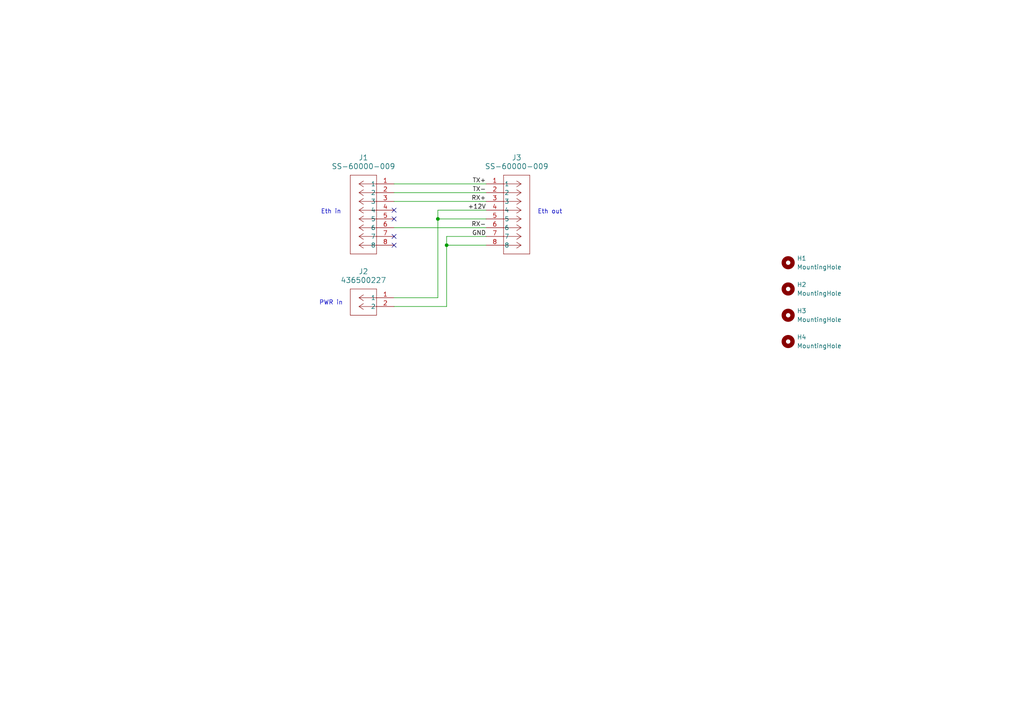
<source format=kicad_sch>
(kicad_sch (version 20250114) (generator "eeschema") (generator_version "9.0")
  (paper "A4")
  (lib_symbols
    (symbol "043600227:436500227" (pin_names (offset 0.254))
      (property "Reference" "J" (at 8.89 6.35 0))
      (property "Value" "436500227" (at 0 0 0))
      (symbol "436500227_1_1"
        (polyline (pts (xy 5.08 2.54) (xy 5.08 -5.08)) (stroke (width 0.127)))
        (polyline (pts (xy 5.08 -5.08) (xy 12.7 -5.08)) (stroke (width 0.127)))
        (polyline (pts (xy 10.16 0) (xy 5.08 0)) (stroke (width 0.127)))
        (polyline (pts (xy 10.16 0) (xy 8.89 0.8467)) (stroke (width 0.127)))
        (polyline (pts (xy 10.16 0) (xy 8.89 -0.8467)) (stroke (width 0.127)))
        (polyline (pts (xy 10.16 -2.54) (xy 5.08 -2.54)) (stroke (width 0.127)))
        (polyline (pts (xy 10.16 -2.54) (xy 8.89 -1.6933)) (stroke (width 0.127)))
        (polyline (pts (xy 10.16 -2.54) (xy 8.89 -3.3867)) (stroke (width 0.127)))
        (polyline (pts (xy 12.7 2.54) (xy 5.08 2.54)) (stroke (width 0.127)))
        (polyline (pts (xy 12.7 -5.08) (xy 12.7 2.54)) (stroke (width 0.127)))
        (pin unspecified line (at 0 0 0) (length 5.08) (name "1") (number "1"))
        (pin unspecified line (at 0 -2.54 0) (length 5.08) (name "2") (number "2"))
      )
      (symbol "436500227_1_2"
        (polyline (pts (xy 5.08 2.54) (xy 5.08 -5.08)) (stroke (width 0.127)))
        (polyline (pts (xy 5.08 -5.08) (xy 12.7 -5.08)) (stroke (width 0.127)))
        (polyline (pts (xy 7.62 0) (xy 5.08 0)) (stroke (width 0.127)))
        (polyline (pts (xy 7.62 0) (xy 8.89 0.8467)) (stroke (width 0.127)))
        (polyline (pts (xy 7.62 0) (xy 8.89 -0.8467)) (stroke (width 0.127)))
        (polyline (pts (xy 7.62 -2.54) (xy 5.08 -2.54)) (stroke (width 0.127)))
        (polyline (pts (xy 7.62 -2.54) (xy 8.89 -1.6933)) (stroke (width 0.127)))
        (polyline (pts (xy 7.62 -2.54) (xy 8.89 -3.3867)) (stroke (width 0.127)))
        (polyline (pts (xy 12.7 2.54) (xy 5.08 2.54)) (stroke (width 0.127)))
        (polyline (pts (xy 12.7 -5.08) (xy 12.7 2.54)) (stroke (width 0.127)))
        (pin unspecified line (at 0 0 0) (length 5.08) (name "1") (number "1"))
        (pin unspecified line (at 0 -2.54 0) (length 5.08) (name "2") (number "2"))
      )
    )
    (symbol "Mechanical:MountingHole" (pin_names (offset 1.016)) (exclude_from_sim yes) (in_bom no)
      (property "Reference" "H" (at 0 5.08 0))
      (property "Value" "MountingHole" (at 0 3.175 0))
      (symbol "MountingHole_0_1"
        (circle (center 0 0) (radius 1.27) (stroke (width 1.27)))
      )
    )
    (symbol "SS-60000-009:SS-60000-009" (pin_names (offset 0.254))
      (property "Reference" "J" (at 8.89 6.35 0))
      (property "Value" "SS-60000-009" (at 0 0 0))
      (symbol "SS-60000-009_1_1"
        (polyline (pts (xy 5.08 2.54) (xy 5.08 -20.32)) (stroke (width 0.127)))
        (polyline (pts (xy 5.08 -20.32) (xy 12.7 -20.32)) (stroke (width 0.127)))
        (polyline (pts (xy 10.16 0) (xy 5.08 0)) (stroke (width 0.127)))
        (polyline (pts (xy 10.16 0) (xy 8.89 0.8467)) (stroke (width 0.127)))
        (polyline (pts (xy 10.16 0) (xy 8.89 -0.8467)) (stroke (width 0.127)))
        (polyline (pts (xy 10.16 -2.54) (xy 5.08 -2.54)) (stroke (width 0.127)))
        (polyline (pts (xy 10.16 -2.54) (xy 8.89 -1.6933)) (stroke (width 0.127)))
        (polyline (pts (xy 10.16 -2.54) (xy 8.89 -3.3867)) (stroke (width 0.127)))
        (polyline (pts (xy 10.16 -5.08) (xy 5.08 -5.08)) (stroke (width 0.127)))
        (polyline (pts (xy 10.16 -5.08) (xy 8.89 -4.2333)) (stroke (width 0.127)))
        (polyline (pts (xy 10.16 -5.08) (xy 8.89 -5.9267)) (stroke (width 0.127)))
        (polyline (pts (xy 10.16 -7.62) (xy 5.08 -7.62)) (stroke (width 0.127)))
        (polyline (pts (xy 10.16 -7.62) (xy 8.89 -6.7733)) (stroke (width 0.127)))
        (polyline (pts (xy 10.16 -7.62) (xy 8.89 -8.4667)) (stroke (width 0.127)))
        (polyline (pts (xy 10.16 -10.16) (xy 5.08 -10.16)) (stroke (width 0.127)))
        (polyline (pts (xy 10.16 -10.16) (xy 8.89 -9.3133)) (stroke (width 0.127)))
        (polyline (pts (xy 10.16 -10.16) (xy 8.89 -11.0067)) (stroke (width 0.127)))
        (polyline (pts (xy 10.16 -12.7) (xy 5.08 -12.7)) (stroke (width 0.127)))
        (polyline (pts (xy 10.16 -12.7) (xy 8.89 -11.8533)) (stroke (width 0.127)))
        (polyline (pts (xy 10.16 -12.7) (xy 8.89 -13.5467)) (stroke (width 0.127)))
        (polyline (pts (xy 10.16 -15.24) (xy 5.08 -15.24)) (stroke (width 0.127)))
        (polyline (pts (xy 10.16 -15.24) (xy 8.89 -14.3933)) (stroke (width 0.127)))
        (polyline (pts (xy 10.16 -15.24) (xy 8.89 -16.0867)) (stroke (width 0.127)))
        (polyline (pts (xy 10.16 -17.78) (xy 5.08 -17.78)) (stroke (width 0.127)))
        (polyline (pts (xy 10.16 -17.78) (xy 8.89 -16.9333)) (stroke (width 0.127)))
        (polyline (pts (xy 10.16 -17.78) (xy 8.89 -18.6267)) (stroke (width 0.127)))
        (polyline (pts (xy 12.7 2.54) (xy 5.08 2.54)) (stroke (width 0.127)))
        (polyline (pts (xy 12.7 -20.32) (xy 12.7 2.54)) (stroke (width 0.127)))
        (pin unspecified line (at 0 0 0) (length 5.08) (name "1") (number "1"))
        (pin unspecified line (at 0 -2.54 0) (length 5.08) (name "2") (number "2"))
        (pin unspecified line (at 0 -5.08 0) (length 5.08) (name "3") (number "3"))
        (pin unspecified line (at 0 -7.62 0) (length 5.08) (name "4") (number "4"))
        (pin unspecified line (at 0 -10.16 0) (length 5.08) (name "5") (number "5"))
        (pin unspecified line (at 0 -12.7 0) (length 5.08) (name "6") (number "6"))
        (pin unspecified line (at 0 -15.24 0) (length 5.08) (name "7") (number "7"))
        (pin unspecified line (at 0 -17.78 0) (length 5.08) (name "8") (number "8"))
      )
      (symbol "SS-60000-009_1_2"
        (polyline (pts (xy 5.08 2.54) (xy 5.08 -20.32)) (stroke (width 0.127)))
        (polyline (pts (xy 5.08 -20.32) (xy 12.7 -20.32)) (stroke (width 0.127)))
        (polyline (pts (xy 7.62 0) (xy 5.08 0)) (stroke (width 0.127)))
        (polyline (pts (xy 7.62 0) (xy 8.89 0.8467)) (stroke (width 0.127)))
        (polyline (pts (xy 7.62 0) (xy 8.89 -0.8467)) (stroke (width 0.127)))
        (polyline (pts (xy 7.62 -2.54) (xy 5.08 -2.54)) (stroke (width 0.127)))
        (polyline (pts (xy 7.62 -2.54) (xy 8.89 -1.6933)) (stroke (width 0.127)))
        (polyline (pts (xy 7.62 -2.54) (xy 8.89 -3.3867)) (stroke (width 0.127)))
        (polyline (pts (xy 7.62 -5.08) (xy 5.08 -5.08)) (stroke (width 0.127)))
        (polyline (pts (xy 7.62 -5.08) (xy 8.89 -4.2333)) (stroke (width 0.127)))
        (polyline (pts (xy 7.62 -5.08) (xy 8.89 -5.9267)) (stroke (width 0.127)))
        (polyline (pts (xy 7.62 -7.62) (xy 5.08 -7.62)) (stroke (width 0.127)))
        (polyline (pts (xy 7.62 -7.62) (xy 8.89 -6.7733)) (stroke (width 0.127)))
        (polyline (pts (xy 7.62 -7.62) (xy 8.89 -8.4667)) (stroke (width 0.127)))
        (polyline (pts (xy 7.62 -10.16) (xy 5.08 -10.16)) (stroke (width 0.127)))
        (polyline (pts (xy 7.62 -10.16) (xy 8.89 -9.3133)) (stroke (width 0.127)))
        (polyline (pts (xy 7.62 -10.16) (xy 8.89 -11.0067)) (stroke (width 0.127)))
        (polyline (pts (xy 7.62 -12.7) (xy 5.08 -12.7)) (stroke (width 0.127)))
        (polyline (pts (xy 7.62 -12.7) (xy 8.89 -11.8533)) (stroke (width 0.127)))
        (polyline (pts (xy 7.62 -12.7) (xy 8.89 -13.5467)) (stroke (width 0.127)))
        (polyline (pts (xy 7.62 -15.24) (xy 5.08 -15.24)) (stroke (width 0.127)))
        (polyline (pts (xy 7.62 -15.24) (xy 8.89 -14.3933)) (stroke (width 0.127)))
        (polyline (pts (xy 7.62 -15.24) (xy 8.89 -16.0867)) (stroke (width 0.127)))
        (polyline (pts (xy 7.62 -17.78) (xy 5.08 -17.78)) (stroke (width 0.127)))
        (polyline (pts (xy 7.62 -17.78) (xy 8.89 -16.9333)) (stroke (width 0.127)))
        (polyline (pts (xy 7.62 -17.78) (xy 8.89 -18.6267)) (stroke (width 0.127)))
        (polyline (pts (xy 12.7 2.54) (xy 5.08 2.54)) (stroke (width 0.127)))
        (polyline (pts (xy 12.7 -20.32) (xy 12.7 2.54)) (stroke (width 0.127)))
        (pin unspecified line (at 0 0 0) (length 5.08) (name "1") (number "1"))
        (pin unspecified line (at 0 -2.54 0) (length 5.08) (name "2") (number "2"))
        (pin unspecified line (at 0 -5.08 0) (length 5.08) (name "3") (number "3"))
        (pin unspecified line (at 0 -7.62 0) (length 5.08) (name "4") (number "4"))
        (pin unspecified line (at 0 -10.16 0) (length 5.08) (name "5") (number "5"))
        (pin unspecified line (at 0 -12.7 0) (length 5.08) (name "6") (number "6"))
        (pin unspecified line (at 0 -15.24 0) (length 5.08) (name "7") (number "7"))
        (pin unspecified line (at 0 -17.78 0) (length 5.08) (name "8") (number "8"))
      )
    )
  )
  (text "Eth in" (at 96.012 61.468 0) (effects (font (size 1.27 1.27))))
  (text "Eth out" (at 159.512 61.468 0) (effects (font (size 1.27 1.27))))
  (text "PWR in" (at 96.012 87.884 0) (effects (font (size 1.27 1.27))))
  (junction (at 129.54 71.12))
  (junction (at 127 63.5))
  (no_connect (at 114.3 63.5))
  (no_connect (at 114.3 68.58))
  (no_connect (at 114.3 71.12))
  (no_connect (at 114.3 60.96))
  (wire (pts (xy 114.3 88.9) (xy 129.54 88.9)))
  (wire (pts (xy 114.3 58.42) (xy 140.97 58.42)))
  (wire (pts (xy 127 63.5) (xy 127 60.96)))
  (wire (pts (xy 127 86.36) (xy 127 63.5)))
  (wire (pts (xy 127 60.96) (xy 140.97 60.96)))
  (wire (pts (xy 114.3 66.04) (xy 140.97 66.04)))
  (wire (pts (xy 129.54 88.9) (xy 129.54 71.12)))
  (wire (pts (xy 129.54 68.58) (xy 140.97 68.58)))
  (wire (pts (xy 129.54 71.12) (xy 140.97 71.12)))
  (wire (pts (xy 129.54 71.12) (xy 129.54 68.58)))
  (wire (pts (xy 127 63.5) (xy 140.97 63.5)))
  (wire (pts (xy 114.3 55.88) (xy 140.97 55.88)))
  (wire (pts (xy 114.3 86.36) (xy 127 86.36)))
  (wire (pts (xy 114.3 53.34) (xy 140.97 53.34)))
  (label "RX-" (at 140.97 66.04 180))
  (label "TX+" (at 140.97 53.34 180))
  (label "GND" (at 140.97 68.58 180))
  (label "RX+" (at 140.97 58.42 180))
  (label "+12V" (at 140.97 60.96 180))
  (label "TX-" (at 140.97 55.88 180))
  (symbol (lib_id "Mechanical:MountingHole") (at 228.6 91.44 0) (unit 1) (exclude_from_sim yes) (in_bom no)
    (property "Reference" "H3" (at 231.14 90.1699 0) (effects (justify left)))
    (property "Value" "MountingHole" (at 231.14 92.7099 0) (effects (justify left)))
    (property "Footprint" "MountingHole:MountingHole_2.7mm_M2.5" (effects (hide yes)))
    (property "Description" "Mounting Hole without connection" (effects (hide yes)))
  )
  (symbol (lib_id "Mechanical:MountingHole") (at 228.6 76.2 0) (unit 1) (exclude_from_sim yes) (in_bom no)
    (property "Reference" "H1" (at 231.14 74.9299 0) (effects (justify left)))
    (property "Value" "MountingHole" (at 231.14 77.4699 0) (effects (justify left)))
    (property "Footprint" "MountingHole:MountingHole_2.7mm_M2.5" (effects (hide yes)))
    (property "Description" "Mounting Hole without connection" (effects (hide yes)))
  )
  (symbol (lib_id "Mechanical:MountingHole") (at 228.6 83.82 0) (unit 1) (exclude_from_sim yes) (in_bom no)
    (property "Reference" "H2" (at 231.14 82.5499 0) (effects (justify left)))
    (property "Value" "MountingHole" (at 231.14 85.0899 0) (effects (justify left)))
    (property "Footprint" "MountingHole:MountingHole_2.7mm_M2.5" (effects (hide yes)))
    (property "Description" "Mounting Hole without connection" (effects (hide yes)))
  )
  (symbol (lib_id "Mechanical:MountingHole") (at 228.6 99.06 0) (unit 1) (exclude_from_sim yes) (in_bom no)
    (property "Reference" "H4" (at 231.14 97.7899 0) (effects (justify left)))
    (property "Value" "MountingHole" (at 231.14 100.3299 0) (effects (justify left)))
    (property "Footprint" "MountingHole:MountingHole_2.7mm_M2.5" (effects (hide yes)))
    (property "Description" "Mounting Hole without connection" (effects (hide yes)))
  )
  (symbol (lib_id "SS-60000-009:SS-60000-009") (at 140.97 53.34 0) (unit 1)
    (property "Reference" "J3" (at 149.86 45.72 0) (effects (font (size 1.524 1.524))))
    (property "Value" "SS-60000-009" (at 149.86 48.26 0) (effects (font (size 1.524 1.524))))
    (property "Footprint" "CONN8_SS-60000_STW" (effects (hide yes)))
    (property "Datasheet" "https://www.digikey.com/short/w0j1wq4d" (effects (hide yes)))
  )
  (symbol (lib_id "043600227:436500227") (at 114.3 86.36 0) (mirror y) (unit 1)
    (property "Reference" "J2" (at 105.41 78.74 0) (effects (font (size 1.524 1.524))))
    (property "Value" "436500227" (at 105.41 81.28 0) (effects (font (size 1.524 1.524))))
    (property "Footprint" "CONN_SD-43650-010_02_MOL" (effects (hide yes)))
    (property "Datasheet" "https://www.digikey.com/short/wzn9m51c" (effects (hide yes)))
  )
  (symbol (lib_id "SS-60000-009:SS-60000-009") (at 114.3 53.34 0) (mirror y) (unit 1)
    (property "Reference" "J1" (at 105.41 45.72 0) (effects (font (size 1.524 1.524))))
    (property "Value" "SS-60000-009" (at 105.41 48.26 0) (effects (font (size 1.524 1.524))))
    (property "Footprint" "CONN8_SS-60000_STW" (effects (hide yes)))
    (property "Datasheet" "https://www.digikey.com/short/w0j1wq4d" (effects (hide yes)))
  )
)
</source>
